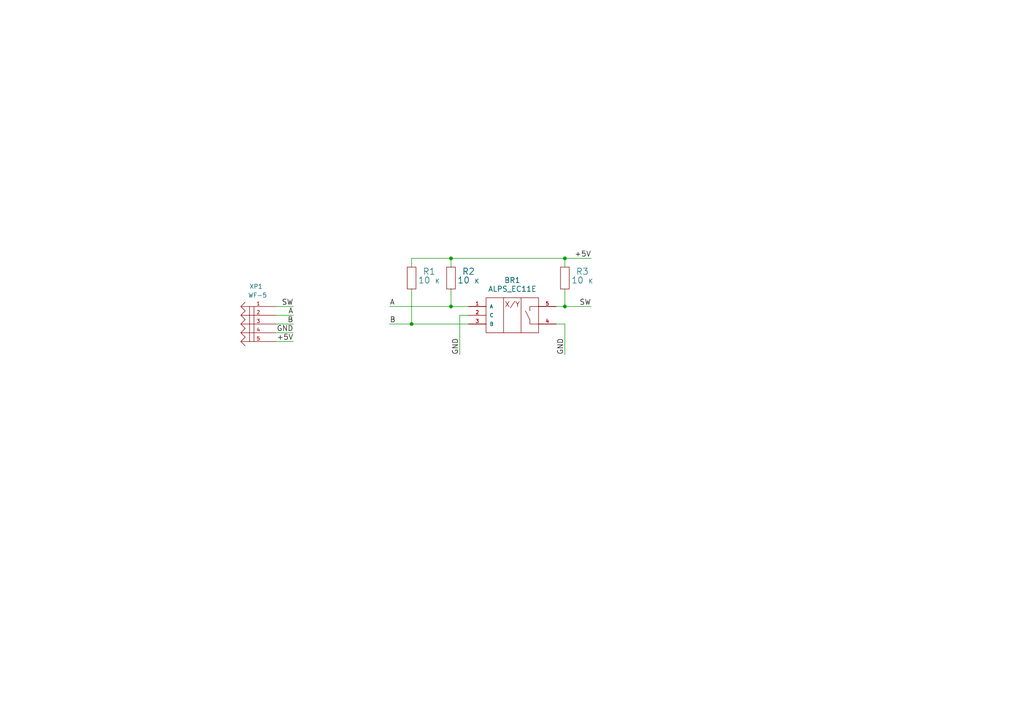
<source format=kicad_sch>
(kicad_sch (version 20211123) (generator eeschema)
  (paper "A4")
  (lib_symbols
    (symbol "modul_encoder_ec11e-rescue:PIN_M_5" (pin_names (offset 1.016))
      (property "Reference" "XP" (at 3.81 5.08 0))
      (property "Value" "PIN_M_5" (at 1.27 2.54 0))
      (symbol "PIN_M_5_0_1"
        (polyline (pts (xy 6.35 0) (xy 6.35 -10.16)))
        (polyline (pts (xy 7.62 0) (xy 7.62 -10.16) (xy 7.62 -10.16)))
        (polyline (pts (xy 8.89 -8.89) (xy 10.16 -10.16) (xy 8.89 -11.43)))
        (polyline (pts (xy 8.89 -6.35) (xy 10.16 -7.62) (xy 8.89 -8.89)))
        (polyline (pts (xy 8.89 -3.81) (xy 10.16 -5.08) (xy 8.89 -6.35)))
        (polyline (pts (xy 8.89 -1.27) (xy 10.16 -2.54) (xy 8.89 -3.81)))
        (polyline (pts (xy 8.89 1.27) (xy 10.16 0) (xy 8.89 -1.27)))
      )
      (symbol "PIN_M_5_1_1"
        (pin passive line (at 0 0 0) (length 10.16) (name "~") (number "1"))
        (pin passive line (at 0 -2.54 0) (length 10.16) (name "~") (number "2"))
        (pin passive line (at 0 -5.08 0) (length 10.16) (name "~") (number "3"))
        (pin passive line (at 0 -7.62 0) (length 10.16) (name "~") (number "4"))
        (pin passive line (at 0 -10.16 0) (length 10.16) (name "~") (number "5"))
      )
    )
    (symbol "modul_encoder_ec11e-rescue:RESISTOR" (pin_numbers hide)
      (property "Reference" "R" (at 3.81 5.08 0))
      (property "Value" "RESISTOR" (at 3.81 2.54 0))
      (symbol "RESISTOR_0_1"
        (rectangle (start 0 1.27) (end 6.35 -1.27))
      )
      (symbol "RESISTOR_1_1"
        (pin passive line (at 0 0 0) (length 0) (name "~") (number "1"))
        (pin passive line (at 6.35 0 180) (length 0) (name "~") (number "2"))
      )
    )
    (symbol "modul_encoder_ec11e-rescue:alps_ec11e_sw" (pin_names (offset 1.016))
      (property "Reference" "BR" (at 12.7 7.62 0))
      (property "Value" "alps_ec11e_sw" (at 12.7 5.08 0))
      (symbol "alps_ec11e_sw_0_0"
        (polyline (pts (xy 17.78 -3.81) (xy 16.51 -1.27)))
        (polyline (pts (xy 17.78 -3.81) (xy 17.78 -5.08) (xy 20.32 -5.08)))
        (polyline (pts (xy 17.78 -1.27) (xy 17.78 0) (xy 20.32 0)))
        (rectangle (start 5.08 2.54) (end 20.32 -7.62))
        (text "X/Y" (at 12.7 0.635 0) (effects (font (size 1.524 1.524))))
      )
      (symbol "alps_ec11e_sw_0_1"
        (polyline (pts (xy 10.16 2.54) (xy 10.16 -7.62)))
        (polyline (pts (xy 15.24 2.54) (xy 15.24 -7.62)))
      )
      (symbol "alps_ec11e_sw_1_1"
        (pin passive line (at 0 0 0) (length 5.08) (name "A") (number "1"))
        (pin passive line (at 0 -2.54 0) (length 5.08) (name "C") (number "2"))
        (pin passive line (at 0 -5.08 0) (length 5.08) (name "B") (number "3"))
        (pin passive line (at 25.4 -5.08 180) (length 5.08) (name "~") (number "4"))
        (pin passive line (at 25.4 0 180) (length 5.08) (name "~") (number "5"))
      )
    )
  )
  (junction (at 130.81 74.93))
  (junction (at 163.83 74.93))
  (junction (at 119.38 93.98))
  (junction (at 163.83 88.9))
  (junction (at 130.81 88.9))
  (wire (pts (xy 163.83 74.93) (xy 171.45 74.93)))
  (wire (pts (xy 119.38 83.82) (xy 119.38 93.98)))
  (wire (pts (xy 119.38 93.98) (xy 135.89 93.98)))
  (wire (pts (xy 163.83 74.93) (xy 163.83 77.47)))
  (wire (pts (xy 80.01 88.9) (xy 85.09 88.9)))
  (wire (pts (xy 113.03 93.98) (xy 119.38 93.98)))
  (wire (pts (xy 80.01 99.06) (xy 85.09 99.06)))
  (wire (pts (xy 130.81 74.93) (xy 163.83 74.93)))
  (wire (pts (xy 163.83 102.87) (xy 163.83 93.98)))
  (wire (pts (xy 119.38 77.47) (xy 119.38 74.93)))
  (wire (pts (xy 133.35 91.44) (xy 135.89 91.44)))
  (wire (pts (xy 161.29 88.9) (xy 163.83 88.9)))
  (wire (pts (xy 163.83 88.9) (xy 171.45 88.9)))
  (wire (pts (xy 163.83 93.98) (xy 161.29 93.98)))
  (wire (pts (xy 133.35 102.87) (xy 133.35 91.44)))
  (wire (pts (xy 130.81 77.47) (xy 130.81 74.93)))
  (wire (pts (xy 113.03 88.9) (xy 130.81 88.9)))
  (wire (pts (xy 163.83 88.9) (xy 163.83 83.82)))
  (wire (pts (xy 119.38 74.93) (xy 130.81 74.93)))
  (wire (pts (xy 80.01 96.52) (xy 85.09 96.52)))
  (wire (pts (xy 80.01 93.98) (xy 85.09 93.98)))
  (wire (pts (xy 130.81 83.82) (xy 130.81 88.9)))
  (wire (pts (xy 80.01 91.44) (xy 85.09 91.44)))
  (wire (pts (xy 130.81 88.9) (xy 135.89 88.9)))
  (label "A" (at 85.09 91.44 180) (effects (font (size 1.524 1.524))))
  (label "GND" (at 163.83 102.87 90) (effects (font (size 1.524 1.524))))
  (label "+5V" (at 171.45 74.93 180) (effects (font (size 1.524 1.524))))
  (label "+5V" (at 85.09 99.06 180) (effects (font (size 1.524 1.524))))
  (label "GND" (at 85.09 96.52 180) (effects (font (size 1.524 1.524))))
  (label "GND" (at 133.35 102.87 90) (effects (font (size 1.524 1.524))))
  (label "SW" (at 171.45 88.9 180) (effects (font (size 1.524 1.524))))
  (label "A" (at 113.03 88.9 0) (effects (font (size 1.524 1.524))))
  (label "B" (at 85.09 93.98 180) (effects (font (size 1.524 1.524))))
  (label "SW" (at 85.09 88.9 180) (effects (font (size 1.524 1.524))))
  (label "B" (at 113.03 93.98 0) (effects (font (size 1.524 1.524))))
  (symbol (lib_id "modul_encoder_ec11e-rescue:alps_ec11e_sw") (at 135.89 88.9 0) (unit 1)
    (property "Reference" "BR1" (at 148.59 81.28 0) (effects (font (size 1.524 1.524))))
    (property "Value" "ALPS_EC11E" (at 148.59 83.82 0) (effects (font (size 1.524 1.524))))
    (property "Footprint" "IWcomponents:ALPS_EC11_push" (effects hide))
  )
  (symbol (lib_id "modul_encoder_ec11e-rescue:PIN_M_5") (at 80.01 88.9 0) (mirror y) (unit 1)
    (property "Reference" "XP1" (at 76.2 83.82 0) (effects (justify left bottom)))
    (property "Value" "WF-5" (at 77.47 86.36 0) (effects (justify left bottom)))
    (property "Footprint" "IWconnectors:WF-5" (effects hide))
  )
  (symbol (lib_id "modul_encoder_ec11e-rescue:RESISTOR") (at 119.38 83.82 270) (mirror x) (unit 1)
    (property "Reference" "R1" (at 124.46 78.74 90) (effects (font (size 1.8034 1.8034))))
    (property "Value" "10 к" (at 124.46 81.28 90) (effects (font (size 1.8034 1.8034))))
    (property "Footprint" "IWsmd_case:SMD0805" (effects hide))
  )
  (symbol (lib_id "modul_encoder_ec11e-rescue:RESISTOR") (at 130.81 83.82 270) (mirror x) (unit 1)
    (property "Reference" "R2" (at 135.89 78.74 90) (effects (font (size 1.8034 1.8034))))
    (property "Value" "10 к" (at 135.89 81.28 90) (effects (font (size 1.8034 1.8034))))
    (property "Footprint" "IWsmd_case:SMD0805" (effects hide))
  )
  (symbol (lib_id "modul_encoder_ec11e-rescue:RESISTOR") (at 163.83 83.82 270) (mirror x) (unit 1)
    (property "Reference" "R3" (at 168.91 78.74 90) (effects (font (size 1.8034 1.8034))))
    (property "Value" "10 к" (at 168.91 81.28 90) (effects (font (size 1.8034 1.8034))))
    (property "Footprint" "IWsmd_case:SMD0805" (effects hide))
  )
)
</source>
